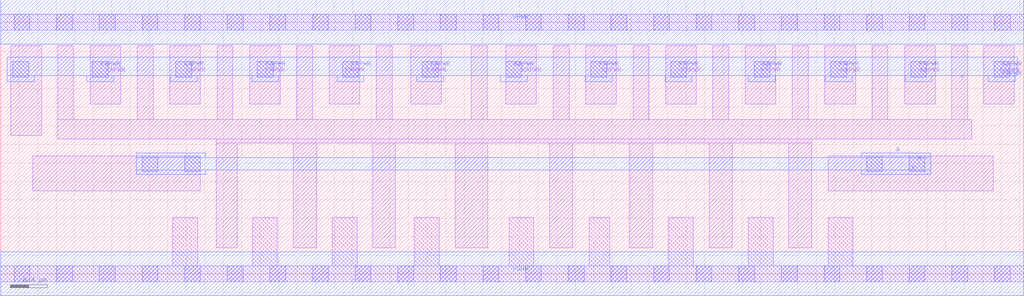
<source format=lef>
# Copyright 2020 The SkyWater PDK Authors
#
# Licensed under the Apache License, Version 2.0 (the "License");
# you may not use this file except in compliance with the License.
# You may obtain a copy of the License at
#
#     https://www.apache.org/licenses/LICENSE-2.0
#
# Unless required by applicable law or agreed to in writing, software
# distributed under the License is distributed on an "AS IS" BASIS,
# WITHOUT WARRANTIES OR CONDITIONS OF ANY KIND, either express or implied.
# See the License for the specific language governing permissions and
# limitations under the License.
#
# SPDX-License-Identifier: Apache-2.0

VERSION 5.7 ;
  NAMESCASESENSITIVE ON ;
  NOWIREEXTENSIONATPIN ON ;
  DIVIDERCHAR "/" ;
  BUSBITCHARS "[]" ;
UNITS
  DATABASE MICRONS 200 ;
END UNITS
MACRO sky130_fd_sc_hd__lpflow_clkinvkapwr_16
  CLASS CORE ;
  SOURCE USER ;
  FOREIGN sky130_fd_sc_hd__lpflow_clkinvkapwr_16 ;
  ORIGIN  0.000000  0.000000 ;
  SIZE  11.04000 BY  2.720000 ;
  SYMMETRY X Y R90 ;
  SITE unithd ;
  PIN A
    ANTENNAGATEAREA  4.608000 ;
    DIRECTION INPUT ;
    USE SIGNAL ;
    PORT
      LAYER li1 ;
        RECT 0.345000 0.895000  2.155000 1.275000 ;
        RECT 8.930000 0.895000 10.710000 1.275000 ;
      LAYER mcon ;
        RECT 1.525000 1.105000 1.695000 1.275000 ;
        RECT 1.985000 1.105000 2.155000 1.275000 ;
        RECT 9.345000 1.105000 9.515000 1.275000 ;
        RECT 9.805000 1.105000 9.975000 1.275000 ;
    END
    PORT
      LAYER met1 ;
        RECT 1.465000 1.075000  2.215000 1.120000 ;
        RECT 1.465000 1.120000 10.035000 1.260000 ;
        RECT 1.465000 1.260000  2.215000 1.305000 ;
        RECT 9.285000 1.075000 10.035000 1.120000 ;
        RECT 9.285000 1.260000 10.035000 1.305000 ;
    END
  END A
  PIN Y
    ANTENNADIFFAREA  4.520900 ;
    DIRECTION OUTPUT ;
    USE SIGNAL ;
    PORT
      LAYER li1 ;
        RECT  0.615000 1.455000 10.480000 1.665000 ;
        RECT  0.615000 1.665000  0.785000 2.465000 ;
        RECT  1.475000 1.665000  1.645000 2.465000 ;
        RECT  2.325000 0.280000  2.550000 1.415000 ;
        RECT  2.325000 1.415000  8.755000 1.455000 ;
        RECT  2.335000 1.665000  2.505000 2.465000 ;
        RECT  3.155000 0.280000  3.410000 1.415000 ;
        RECT  3.195000 1.665000  3.365000 2.465000 ;
        RECT  4.015000 0.280000  4.255000 1.415000 ;
        RECT  4.055000 1.665000  4.225000 2.465000 ;
        RECT  4.905000 0.280000  5.255000 1.415000 ;
        RECT  5.080000 1.665000  5.250000 2.465000 ;
        RECT  5.925000 0.280000  6.175000 1.415000 ;
        RECT  5.965000 1.665000  6.135000 2.465000 ;
        RECT  6.785000 0.280000  7.035000 1.415000 ;
        RECT  6.825000 1.665000  6.995000 2.465000 ;
        RECT  7.645000 0.280000  7.895000 1.415000 ;
        RECT  7.685000 1.665000  7.855000 2.465000 ;
        RECT  8.505000 0.280000  8.755000 1.415000 ;
        RECT  8.545000 1.665000  8.715000 2.465000 ;
        RECT  9.405000 1.665000  9.575000 2.465000 ;
        RECT 10.265000 1.665000 10.435000 2.465000 ;
    END
  END Y
  PIN KAPWR
    DIRECTION INOUT ;
    SHAPE ABUTMENT ;
    USE POWER ;
    PORT
      LAYER li1 ;
        RECT  0.110000 1.495000  0.440000 2.465000 ;
        RECT 10.610000 1.835000 10.940000 2.465000 ;
      LAYER mcon ;
        RECT  0.130000 2.125000  0.300000 2.295000 ;
        RECT 10.720000 2.125000 10.890000 2.295000 ;
    END
    PORT
      LAYER li1 ;
        RECT 0.965000 1.835000 1.295000 2.465000 ;
      LAYER mcon ;
        RECT 0.990000 2.125000 1.160000 2.295000 ;
    END
    PORT
      LAYER li1 ;
        RECT 1.825000 1.835000 2.155000 2.465000 ;
      LAYER mcon ;
        RECT 1.890000 2.125000 2.060000 2.295000 ;
    END
    PORT
      LAYER li1 ;
        RECT 2.685000 1.835000 3.015000 2.465000 ;
      LAYER mcon ;
        RECT 2.770000 2.125000 2.940000 2.295000 ;
    END
    PORT
      LAYER li1 ;
        RECT 3.545000 1.835000 3.875000 2.465000 ;
      LAYER mcon ;
        RECT 3.690000 2.125000 3.860000 2.295000 ;
    END
    PORT
      LAYER li1 ;
        RECT 4.425000 1.835000 4.755000 2.465000 ;
      LAYER mcon ;
        RECT 4.550000 2.125000 4.720000 2.295000 ;
    END
    PORT
      LAYER li1 ;
        RECT 5.450000 1.835000 5.780000 2.465000 ;
      LAYER mcon ;
        RECT 5.450000 2.125000 5.620000 2.295000 ;
    END
    PORT
      LAYER li1 ;
        RECT 6.315000 1.835000 6.645000 2.465000 ;
      LAYER mcon ;
        RECT 6.370000 2.125000 6.540000 2.295000 ;
    END
    PORT
      LAYER li1 ;
        RECT 7.175000 1.835000 7.505000 2.465000 ;
      LAYER mcon ;
        RECT 7.230000 2.125000 7.400000 2.295000 ;
    END
    PORT
      LAYER li1 ;
        RECT 8.035000 1.835000 8.365000 2.465000 ;
      LAYER mcon ;
        RECT 8.130000 2.125000 8.300000 2.295000 ;
    END
    PORT
      LAYER li1 ;
        RECT 8.895000 1.835000 9.225000 2.465000 ;
      LAYER mcon ;
        RECT 8.960000 2.125000 9.130000 2.295000 ;
    END
    PORT
      LAYER li1 ;
        RECT 9.755000 1.835000 10.085000 2.465000 ;
      LAYER mcon ;
        RECT 9.820000 2.125000 9.990000 2.295000 ;
    END
    PORT
      LAYER met1 ;
        RECT  0.070000 2.080000  0.360000 2.140000 ;
        RECT  0.070000 2.140000 10.970000 2.340000 ;
        RECT  0.930000 2.080000  1.220000 2.140000 ;
        RECT  1.830000 2.080000  2.120000 2.140000 ;
        RECT  2.710000 2.080000  3.000000 2.140000 ;
        RECT  3.630000 2.080000  3.920000 2.140000 ;
        RECT  4.490000 2.080000  4.780000 2.140000 ;
        RECT  5.390000 2.080000  5.680000 2.140000 ;
        RECT  6.310000 2.080000  6.600000 2.140000 ;
        RECT  7.170000 2.080000  7.460000 2.140000 ;
        RECT  8.070000 2.080000  8.360000 2.140000 ;
        RECT  8.900000 2.080000  9.190000 2.140000 ;
        RECT  9.760000 2.080000 10.050000 2.140000 ;
        RECT 10.660000 2.080000 10.950000 2.140000 ;
    END
  END KAPWR
  PIN VGND
    DIRECTION INOUT ;
    SHAPE ABUTMENT ;
    USE GROUND ;
    PORT
      LAYER met1 ;
        RECT 0.000000 -0.240000 11.040000 0.240000 ;
    END
  END VGND
  PIN VPWR
    DIRECTION INOUT ;
    SHAPE ABUTMENT ;
    USE POWER ;
    PORT
      LAYER met1 ;
        RECT 0.000000 2.480000 11.040000 2.960000 ;
    END
  END VPWR
  OBS
    LAYER li1 ;
      RECT 0.000000 -0.085000 11.040000 0.085000 ;
      RECT 0.000000  2.635000 11.040000 2.805000 ;
      RECT 1.855000  0.085000  2.125000 0.610000 ;
      RECT 2.720000  0.085000  2.985000 0.610000 ;
      RECT 3.580000  0.085000  3.845000 0.610000 ;
      RECT 4.465000  0.085000  4.730000 0.610000 ;
      RECT 5.490000  0.085000  5.755000 0.610000 ;
      RECT 6.350000  0.085000  6.575000 0.610000 ;
      RECT 7.210000  0.085000  7.475000 0.610000 ;
      RECT 8.070000  0.085000  8.335000 0.610000 ;
      RECT 8.930000  0.085000  9.195000 0.610000 ;
    LAYER mcon ;
      RECT  0.145000 -0.085000  0.315000 0.085000 ;
      RECT  0.145000  2.635000  0.315000 2.805000 ;
      RECT  0.605000 -0.085000  0.775000 0.085000 ;
      RECT  0.605000  2.635000  0.775000 2.805000 ;
      RECT  1.065000 -0.085000  1.235000 0.085000 ;
      RECT  1.065000  2.635000  1.235000 2.805000 ;
      RECT  1.525000 -0.085000  1.695000 0.085000 ;
      RECT  1.525000  2.635000  1.695000 2.805000 ;
      RECT  1.985000 -0.085000  2.155000 0.085000 ;
      RECT  1.985000  2.635000  2.155000 2.805000 ;
      RECT  2.445000 -0.085000  2.615000 0.085000 ;
      RECT  2.445000  2.635000  2.615000 2.805000 ;
      RECT  2.905000 -0.085000  3.075000 0.085000 ;
      RECT  2.905000  2.635000  3.075000 2.805000 ;
      RECT  3.365000 -0.085000  3.535000 0.085000 ;
      RECT  3.365000  2.635000  3.535000 2.805000 ;
      RECT  3.825000 -0.085000  3.995000 0.085000 ;
      RECT  3.825000  2.635000  3.995000 2.805000 ;
      RECT  4.285000 -0.085000  4.455000 0.085000 ;
      RECT  4.285000  2.635000  4.455000 2.805000 ;
      RECT  4.745000 -0.085000  4.915000 0.085000 ;
      RECT  4.745000  2.635000  4.915000 2.805000 ;
      RECT  5.205000 -0.085000  5.375000 0.085000 ;
      RECT  5.205000  2.635000  5.375000 2.805000 ;
      RECT  5.665000 -0.085000  5.835000 0.085000 ;
      RECT  5.665000  2.635000  5.835000 2.805000 ;
      RECT  6.125000 -0.085000  6.295000 0.085000 ;
      RECT  6.125000  2.635000  6.295000 2.805000 ;
      RECT  6.585000 -0.085000  6.755000 0.085000 ;
      RECT  6.585000  2.635000  6.755000 2.805000 ;
      RECT  7.045000 -0.085000  7.215000 0.085000 ;
      RECT  7.045000  2.635000  7.215000 2.805000 ;
      RECT  7.505000 -0.085000  7.675000 0.085000 ;
      RECT  7.505000  2.635000  7.675000 2.805000 ;
      RECT  7.965000 -0.085000  8.135000 0.085000 ;
      RECT  7.965000  2.635000  8.135000 2.805000 ;
      RECT  8.425000 -0.085000  8.595000 0.085000 ;
      RECT  8.425000  2.635000  8.595000 2.805000 ;
      RECT  8.885000 -0.085000  9.055000 0.085000 ;
      RECT  8.885000  2.635000  9.055000 2.805000 ;
      RECT  9.345000 -0.085000  9.515000 0.085000 ;
      RECT  9.345000  2.635000  9.515000 2.805000 ;
      RECT  9.805000 -0.085000  9.975000 0.085000 ;
      RECT  9.805000  2.635000  9.975000 2.805000 ;
      RECT 10.265000 -0.085000 10.435000 0.085000 ;
      RECT 10.265000  2.635000 10.435000 2.805000 ;
      RECT 10.725000 -0.085000 10.895000 0.085000 ;
      RECT 10.725000  2.635000 10.895000 2.805000 ;
  END
END sky130_fd_sc_hd__lpflow_clkinvkapwr_16

</source>
